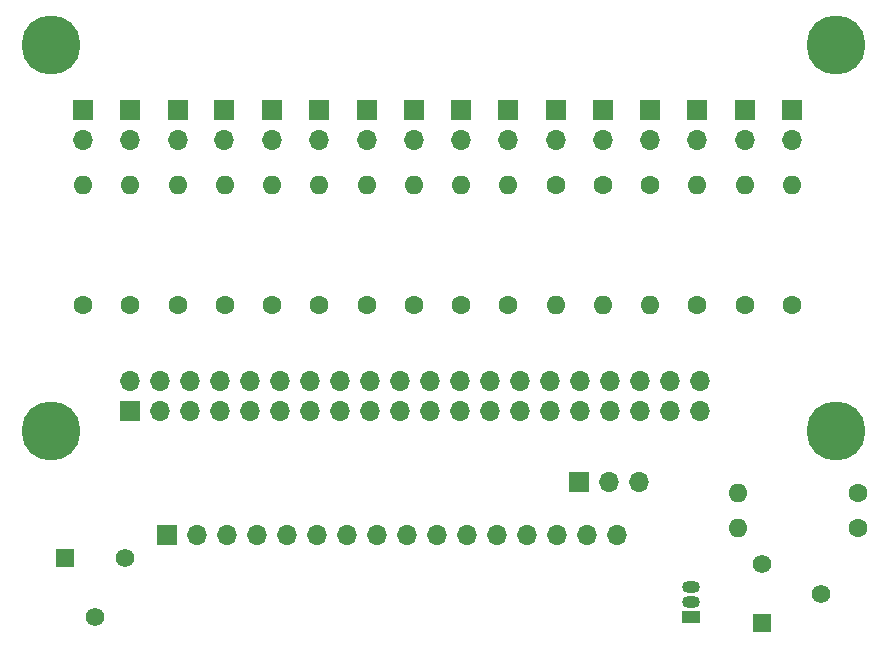
<source format=gbs>
%TF.GenerationSoftware,KiCad,Pcbnew,8.0.7-8.0.7-0~ubuntu24.04.1*%
%TF.CreationDate,2025-01-10T11:12:07+00:00*%
%TF.ProjectId,whenisbins,7768656e-6973-4626-996e-732e6b696361,rev?*%
%TF.SameCoordinates,Original*%
%TF.FileFunction,Soldermask,Bot*%
%TF.FilePolarity,Negative*%
%FSLAX46Y46*%
G04 Gerber Fmt 4.6, Leading zero omitted, Abs format (unit mm)*
G04 Created by KiCad (PCBNEW 8.0.7-8.0.7-0~ubuntu24.04.1) date 2025-01-10 11:12:07*
%MOMM*%
%LPD*%
G01*
G04 APERTURE LIST*
%ADD10C,2.900000*%
%ADD11C,5.000000*%
%ADD12O,1.600000X1.600000*%
%ADD13C,1.600000*%
%ADD14O,1.700000X1.700000*%
%ADD15R,1.700000X1.700000*%
%ADD16R,1.560000X1.560000*%
%ADD17C,1.560000*%
%ADD18R,1.500000X1.050000*%
%ADD19O,1.500000X1.050000*%
G04 APERTURE END LIST*
D10*
X109750000Y-89500000D03*
D11*
X109750000Y-89500000D03*
D10*
X176250000Y-89500000D03*
D11*
X176250000Y-89500000D03*
D10*
X109750000Y-122250000D03*
D11*
X109750000Y-122250000D03*
D10*
X176250000Y-122250000D03*
D11*
X176250000Y-122250000D03*
D12*
X152500000Y-111534545D03*
D13*
X152500000Y-101374545D03*
D12*
X156500000Y-111534545D03*
D13*
X156500000Y-101374545D03*
D12*
X160500000Y-111534545D03*
D13*
X160500000Y-101374545D03*
D12*
X164460500Y-101374545D03*
D13*
X164460500Y-111534545D03*
D12*
X168500000Y-101420000D03*
D13*
X168500000Y-111580000D03*
D12*
X172500000Y-101420000D03*
D13*
X172500000Y-111580000D03*
D14*
X152500000Y-97540000D03*
D15*
X152500000Y-95000000D03*
X156500000Y-95000000D03*
D14*
X156500000Y-97540000D03*
X160500000Y-97540000D03*
D15*
X160500000Y-95000000D03*
D14*
X164454762Y-97540000D03*
D15*
X164454762Y-95000000D03*
D14*
X168500000Y-97540000D03*
D15*
X168500000Y-95000000D03*
D14*
X172500000Y-97540000D03*
D15*
X172500000Y-95000000D03*
D12*
X128500000Y-101374545D03*
D13*
X128500000Y-111534545D03*
D15*
X112500000Y-95000000D03*
D14*
X112500000Y-97540000D03*
D13*
X136500000Y-111534545D03*
D12*
X136500000Y-101374545D03*
D16*
X170000000Y-138500000D03*
D17*
X175000000Y-136000000D03*
X170000000Y-133500000D03*
D12*
X167920000Y-127460500D03*
D13*
X178080000Y-127460500D03*
D14*
X132500000Y-97540000D03*
D15*
X132500000Y-95000000D03*
D14*
X116460000Y-118000000D03*
X119000000Y-118000000D03*
X121540000Y-118000000D03*
X124080000Y-118000000D03*
X126620000Y-118000000D03*
X129160000Y-118000000D03*
X131700000Y-118000000D03*
X134240000Y-118000000D03*
X136780000Y-118000000D03*
X139320000Y-118000000D03*
X141860000Y-118000000D03*
X144400000Y-118000000D03*
X146940000Y-118000000D03*
X149480000Y-118000000D03*
X152020000Y-118000000D03*
X154560000Y-118000000D03*
X157100000Y-118000000D03*
X159640000Y-118000000D03*
X162180000Y-118000000D03*
X164720000Y-118000000D03*
X164720000Y-120540000D03*
X162180000Y-120540000D03*
X159640000Y-120540000D03*
X157100000Y-120540000D03*
X154560000Y-120540000D03*
X152020000Y-120540000D03*
X149480000Y-120540000D03*
X146940000Y-120540000D03*
X144400000Y-120540000D03*
X141860000Y-120540000D03*
X139320000Y-120540000D03*
X136780000Y-120540000D03*
X134240000Y-120540000D03*
X131700000Y-120540000D03*
X129160000Y-120540000D03*
X126620000Y-120540000D03*
X124080000Y-120540000D03*
X121540000Y-120540000D03*
X119000000Y-120540000D03*
D15*
X116460000Y-120540000D03*
X120500000Y-95000000D03*
D14*
X120500000Y-97540000D03*
D13*
X132500000Y-111580000D03*
D12*
X132500000Y-101420000D03*
D14*
X128500000Y-97540000D03*
D15*
X128500000Y-95000000D03*
D16*
X111000000Y-133000000D03*
D17*
X113500000Y-138000000D03*
X116000000Y-133000000D03*
D14*
X148500000Y-97540000D03*
D15*
X148500000Y-95000000D03*
X116460500Y-95000000D03*
D14*
X116460500Y-97540000D03*
D15*
X124407143Y-95000000D03*
D14*
X124407143Y-97540000D03*
D15*
X154460000Y-126500000D03*
D14*
X157000000Y-126500000D03*
X159540000Y-126500000D03*
D12*
X124500000Y-101374545D03*
D13*
X124500000Y-111534545D03*
X148500000Y-111534545D03*
D12*
X148500000Y-101374545D03*
X116500000Y-101374545D03*
D13*
X116500000Y-111534545D03*
X112460500Y-111530000D03*
D12*
X112460500Y-101370000D03*
D14*
X140500000Y-97540000D03*
D15*
X140500000Y-95000000D03*
D13*
X120500000Y-111534545D03*
D12*
X120500000Y-101374545D03*
D13*
X144500000Y-111534545D03*
D12*
X144500000Y-101374545D03*
D14*
X144500000Y-97540000D03*
D15*
X144500000Y-95000000D03*
D13*
X140500000Y-111534545D03*
D12*
X140500000Y-101374545D03*
D18*
X164000000Y-138000000D03*
D19*
X164000000Y-136730000D03*
X164000000Y-135460000D03*
D14*
X136500000Y-97540000D03*
D15*
X136500000Y-95000000D03*
D13*
X178080000Y-130460500D03*
D12*
X167920000Y-130460500D03*
D14*
X157700000Y-131000000D03*
X155160000Y-131000000D03*
X152620000Y-131000000D03*
X150080000Y-131000000D03*
X147540000Y-131000000D03*
X145000000Y-131000000D03*
X142460000Y-131000000D03*
X139920000Y-131000000D03*
X137380000Y-131000000D03*
X134840000Y-131000000D03*
X132300000Y-131000000D03*
X129760000Y-131000000D03*
X127220000Y-131000000D03*
X124680000Y-131000000D03*
X122140000Y-131000000D03*
D15*
X119600000Y-131000000D03*
M02*

</source>
